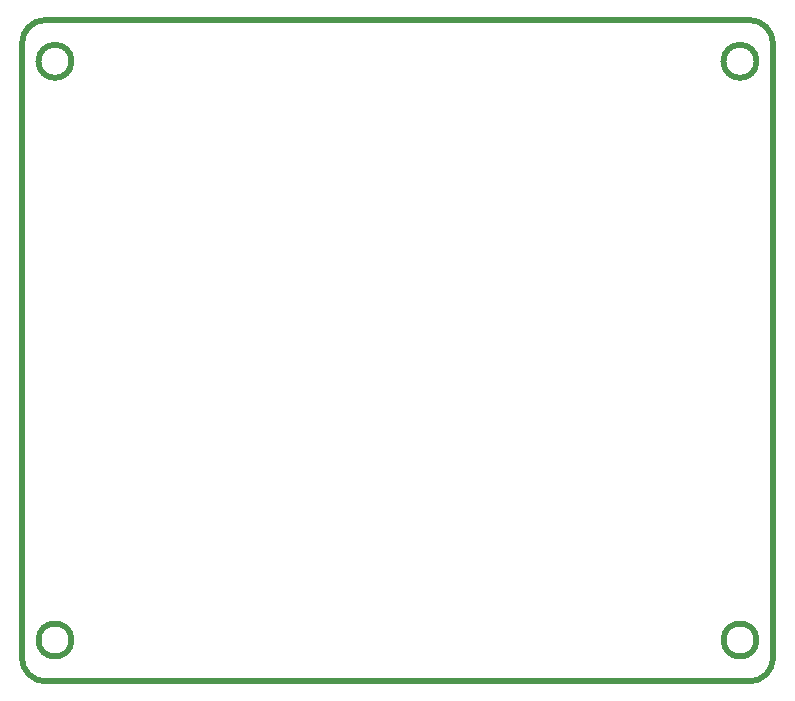
<source format=gbr>
G04 #@! TF.GenerationSoftware,KiCad,Pcbnew,5.1.6*
G04 #@! TF.CreationDate,2020-06-26T19:26:29+02:00*
G04 #@! TF.ProjectId,F010_rpi_logic_level_shifter_hat,46303130-5f72-4706-995f-6c6f6769635f,rev?*
G04 #@! TF.SameCoordinates,PXa52d280PY2b953a0*
G04 #@! TF.FileFunction,Profile,NP*
%FSLAX46Y46*%
G04 Gerber Fmt 4.6, Leading zero omitted, Abs format (unit mm)*
G04 Created by KiCad (PCBNEW 5.1.6) date 2020-06-26 19:26:29*
%MOMM*%
%LPD*%
G01*
G04 APERTURE LIST*
G04 #@! TA.AperFunction,Profile*
%ADD10C,0.500000*%
G04 #@! TD*
G04 APERTURE END LIST*
D10*
X2700000Y1000000D02*
X2700000Y-51000000D01*
X-60900000Y1000000D02*
G75*
G02*
X-58900000Y3000000I2000000J0D01*
G01*
X-58900000Y-53000000D02*
G75*
G02*
X-60900000Y-51000000I0J2000000D01*
G01*
X2700000Y-51000000D02*
G75*
G02*
X700000Y-53000000I-2000000J0D01*
G01*
X700000Y3000000D02*
G75*
G02*
X2700000Y1000000I0J-2000000D01*
G01*
X-56700000Y-49500000D02*
G75*
G03*
X-56700000Y-49500000I-1400000J0D01*
G01*
X1300000Y-49500000D02*
G75*
G03*
X1300000Y-49500000I-1400000J0D01*
G01*
X-56700000Y-500000D02*
G75*
G03*
X-56700000Y-500000I-1400000J0D01*
G01*
X1300000Y-500000D02*
G75*
G03*
X1300000Y-500000I-1400000J0D01*
G01*
X-58900000Y-53000000D02*
X700000Y-53000000D01*
X-60900000Y1000000D02*
X-60900000Y-51000000D01*
X700000Y3000000D02*
X-58900000Y3000000D01*
M02*

</source>
